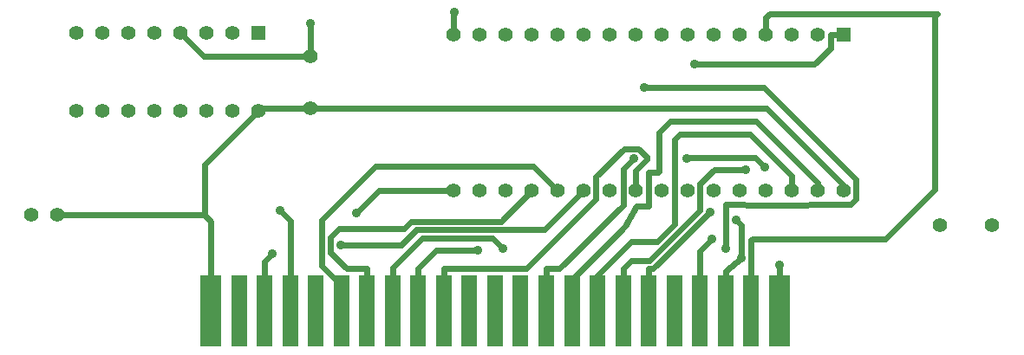
<source format=gtl>
G04 (created by PCBNEW (2013-07-07 BZR 4022)-stable) date 27/01/2014 10:53:56*
%MOIN*%
G04 Gerber Fmt 3.4, Leading zero omitted, Abs format*
%FSLAX34Y34*%
G01*
G70*
G90*
G04 APERTURE LIST*
%ADD10C,0.00590551*%
%ADD11R,0.055X0.055*%
%ADD12C,0.055*%
%ADD13R,0.0591X0.2756*%
%ADD14R,0.0787X0.2756*%
%ADD15C,0.035*%
%ADD16C,0.0236*%
G04 APERTURE END LIST*
G54D10*
G54D11*
X67343Y-39126D03*
G54D12*
X66343Y-39126D03*
X65343Y-39126D03*
X64343Y-39126D03*
X63343Y-39126D03*
X62343Y-39126D03*
X61343Y-39126D03*
X60343Y-39126D03*
X59343Y-39126D03*
X58343Y-39126D03*
X57343Y-39126D03*
X56343Y-39126D03*
X55343Y-39126D03*
X54343Y-39126D03*
X53343Y-39126D03*
X52343Y-39126D03*
X52343Y-45126D03*
X53343Y-45126D03*
X54343Y-45126D03*
X55343Y-45126D03*
X56343Y-45126D03*
X57343Y-45126D03*
X58343Y-45126D03*
X59343Y-45126D03*
X60343Y-45126D03*
X61343Y-45126D03*
X62343Y-45126D03*
X63343Y-45126D03*
X64343Y-45126D03*
X65343Y-45126D03*
X66343Y-45126D03*
X67343Y-45126D03*
G54D11*
X44839Y-39051D03*
G54D12*
X43839Y-39051D03*
X42839Y-39051D03*
X41839Y-39051D03*
X40839Y-39051D03*
X39839Y-39051D03*
X38839Y-39051D03*
X37839Y-39051D03*
X37839Y-42051D03*
X38839Y-42051D03*
X39839Y-42051D03*
X40839Y-42051D03*
X41839Y-42051D03*
X42839Y-42051D03*
X43839Y-42051D03*
X44839Y-42051D03*
X37114Y-46063D03*
X36114Y-46063D03*
G54D13*
X44091Y-49748D03*
X45075Y-49748D03*
X46059Y-49748D03*
X47043Y-49748D03*
X48028Y-49748D03*
X49012Y-49748D03*
X49996Y-49748D03*
X50980Y-49748D03*
X51965Y-49748D03*
X52949Y-49748D03*
X53933Y-49748D03*
X54917Y-49748D03*
X55902Y-49748D03*
X56886Y-49748D03*
X57870Y-49748D03*
X58854Y-49748D03*
X59839Y-49748D03*
X60823Y-49748D03*
X61807Y-49748D03*
X62791Y-49748D03*
X63776Y-49748D03*
G54D14*
X43008Y-49748D03*
X64858Y-49748D03*
G54D12*
X46850Y-41945D03*
X46850Y-39945D03*
X71047Y-46457D03*
X73047Y-46457D03*
G54D15*
X59660Y-41142D03*
X62795Y-47362D03*
X64291Y-44213D03*
X61299Y-43898D03*
X63189Y-46260D03*
X63386Y-47717D03*
X62283Y-46969D03*
X62206Y-45944D03*
X63556Y-44314D03*
X59253Y-43887D03*
X61590Y-40268D03*
X45377Y-47549D03*
X45660Y-45900D03*
X48613Y-45986D03*
X53262Y-47433D03*
X54242Y-47336D03*
X52362Y-38268D03*
X46850Y-38701D03*
X64858Y-47985D03*
X48009Y-47211D03*
G54D16*
X67818Y-45441D02*
X67595Y-45664D01*
X67595Y-45664D02*
X64331Y-45669D01*
X64331Y-45669D02*
X62800Y-45664D01*
X62800Y-45664D02*
X62795Y-45669D01*
X62795Y-45669D02*
X62795Y-47362D01*
X67818Y-44702D02*
X67818Y-45441D01*
X64258Y-41142D02*
X67818Y-44702D01*
X59660Y-41142D02*
X64258Y-41142D01*
X63936Y-43858D02*
X64291Y-44213D01*
X61339Y-43858D02*
X63936Y-43858D01*
X61299Y-43898D02*
X61339Y-43858D01*
X64343Y-38452D02*
X64488Y-38307D01*
X64343Y-39126D02*
X64343Y-38452D01*
X63776Y-47012D02*
X63776Y-49748D01*
X63819Y-46969D02*
X63776Y-47012D01*
X68936Y-46969D02*
X63819Y-46969D01*
X70827Y-45078D02*
X68936Y-46969D01*
X70827Y-38425D02*
X70827Y-45078D01*
X70945Y-38307D02*
X70827Y-38425D01*
X64488Y-38307D02*
X70945Y-38307D01*
X62791Y-48233D02*
X62791Y-49748D01*
X63386Y-47717D02*
X62791Y-48233D01*
X63386Y-46457D02*
X63386Y-47717D01*
X63189Y-46260D02*
X63386Y-46457D01*
X61807Y-47445D02*
X61807Y-49748D01*
X62283Y-46969D02*
X61807Y-47445D01*
X59839Y-48134D02*
X60016Y-48134D01*
X59839Y-49748D02*
X59839Y-48134D01*
X60016Y-48134D02*
X62206Y-45944D01*
X58854Y-49748D02*
X58854Y-48134D01*
X62365Y-44314D02*
X63556Y-44314D01*
X61818Y-44861D02*
X62365Y-44314D01*
X61818Y-45883D02*
X61818Y-44861D01*
X59885Y-47816D02*
X61818Y-45883D01*
X59172Y-47816D02*
X59885Y-47816D01*
X58854Y-48134D02*
X59172Y-47816D01*
X63740Y-42953D02*
X61024Y-42953D01*
X65343Y-45126D02*
X65343Y-44556D01*
X65343Y-44556D02*
X63740Y-42953D01*
X61024Y-42953D02*
X60827Y-43150D01*
X60827Y-43150D02*
X60827Y-46418D01*
X57870Y-48390D02*
X57870Y-49748D01*
X59173Y-47087D02*
X57870Y-48390D01*
X60158Y-47087D02*
X59173Y-47087D01*
X60827Y-46418D02*
X60158Y-47087D01*
X56886Y-48547D02*
X56886Y-49748D01*
X58937Y-46496D02*
X56886Y-48547D01*
X59370Y-45709D02*
X58937Y-46496D01*
X59843Y-45709D02*
X59370Y-45709D01*
X59843Y-44409D02*
X59843Y-45709D01*
X60197Y-44409D02*
X59843Y-44409D01*
X60236Y-44370D02*
X60197Y-44409D01*
X60236Y-42874D02*
X60236Y-44370D01*
X60669Y-42441D02*
X60236Y-42874D01*
X63976Y-42441D02*
X60669Y-42441D01*
X66343Y-44808D02*
X63976Y-42441D01*
X66343Y-45126D02*
X66343Y-44808D01*
X66832Y-39637D02*
X66201Y-40268D01*
X55902Y-49748D02*
X55902Y-48134D01*
X58856Y-44284D02*
X59253Y-43887D01*
X67343Y-39126D02*
X66832Y-39126D01*
X58856Y-45676D02*
X58856Y-44284D01*
X55902Y-48134D02*
X56398Y-48134D01*
X66201Y-40268D02*
X61590Y-40268D01*
X66832Y-39126D02*
X66832Y-39637D01*
X56398Y-48134D02*
X58856Y-45676D01*
X45075Y-47851D02*
X45377Y-47549D01*
X45075Y-49748D02*
X45075Y-47851D01*
X46059Y-46299D02*
X45660Y-45900D01*
X46059Y-49748D02*
X46059Y-46299D01*
X49473Y-45126D02*
X48613Y-45986D01*
X52343Y-45126D02*
X49473Y-45126D01*
X53262Y-47433D02*
X51681Y-47433D01*
X51681Y-47433D02*
X50980Y-48134D01*
X50980Y-48134D02*
X50980Y-49748D01*
X53848Y-46942D02*
X54242Y-47336D01*
X51140Y-46942D02*
X53848Y-46942D01*
X49996Y-48086D02*
X51140Y-46942D01*
X49996Y-49748D02*
X49996Y-48086D01*
X49012Y-48134D02*
X49012Y-49748D01*
X48224Y-48134D02*
X49012Y-48134D01*
X47602Y-47512D02*
X48224Y-48134D01*
X47602Y-46904D02*
X47602Y-47512D01*
X47929Y-46577D02*
X47602Y-46904D01*
X50449Y-46577D02*
X47929Y-46577D01*
X50718Y-46308D02*
X50449Y-46577D01*
X54161Y-46308D02*
X50718Y-46308D01*
X55343Y-45126D02*
X54161Y-46308D01*
X56343Y-45126D02*
X55406Y-44189D01*
X55406Y-44189D02*
X49341Y-44189D01*
X49341Y-44189D02*
X47267Y-46263D01*
X47267Y-48016D02*
X48028Y-48777D01*
X48028Y-48777D02*
X48028Y-49748D01*
X47267Y-46263D02*
X47267Y-48016D01*
X52343Y-38287D02*
X52343Y-39126D01*
X41839Y-39051D02*
X42733Y-39945D01*
X42733Y-39945D02*
X46850Y-39945D01*
X46850Y-39945D02*
X46850Y-38701D01*
X52362Y-38268D02*
X52343Y-38287D01*
X64858Y-47985D02*
X64858Y-49748D01*
X59758Y-43931D02*
X59343Y-44346D01*
X59343Y-44346D02*
X59343Y-45126D01*
X51965Y-48134D02*
X55122Y-48134D01*
X59435Y-43512D02*
X59758Y-43835D01*
X51965Y-49748D02*
X51965Y-48134D01*
X58893Y-43512D02*
X59435Y-43512D01*
X57818Y-45438D02*
X57818Y-44587D01*
X55122Y-48134D02*
X57818Y-45438D01*
X59758Y-43835D02*
X59758Y-43931D01*
X57818Y-44587D02*
X58893Y-43512D01*
X50328Y-47211D02*
X48009Y-47211D01*
X50914Y-46625D02*
X50328Y-47211D01*
X55844Y-46625D02*
X50914Y-46625D01*
X57343Y-45126D02*
X55844Y-46625D01*
X44945Y-41945D02*
X44839Y-42051D01*
X42766Y-46063D02*
X42766Y-44124D01*
X42766Y-46063D02*
X37114Y-46063D01*
X43008Y-49748D02*
X43008Y-46305D01*
X43008Y-46305D02*
X42766Y-46063D01*
X64355Y-41945D02*
X46850Y-41945D01*
X46850Y-41945D02*
X44945Y-41945D01*
X67343Y-44933D02*
X64355Y-41945D01*
X67343Y-45126D02*
X67343Y-44933D01*
X42766Y-44124D02*
X44839Y-42051D01*
M02*

</source>
